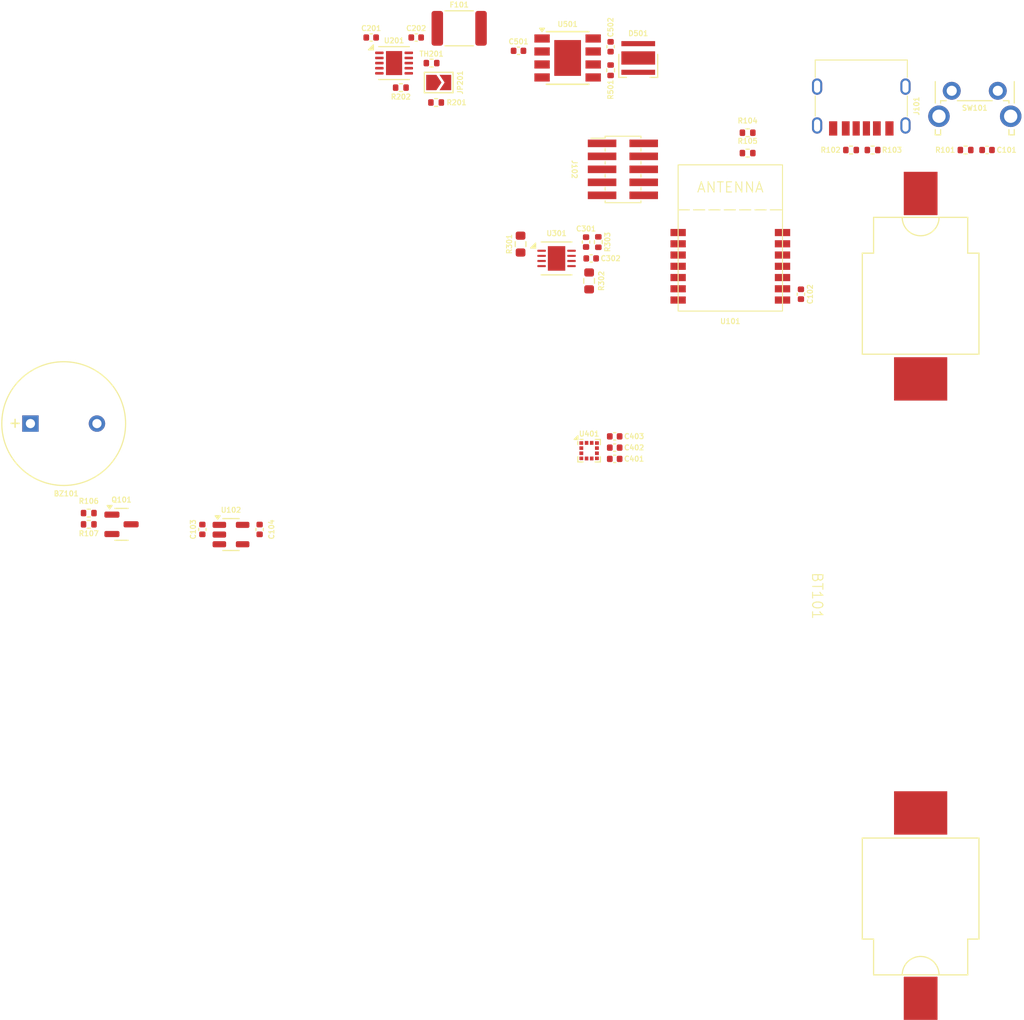
<source format=kicad_pcb>
(kicad_pcb (version 20240108) (generator "pcbnew") (generator_version "8.0")
  (title_block (title "Bluetooth Bike Light") (date "2024-08-24") (rev "A") (company "Embedded Shark, LLC") (comment 1 "Ben Owen"))
  (layers (0 "F.Cu" signal) (31 "B.Cu" signal) (34 "B.Paste" user) (35 "F.Paste" user) (36 "B.SilkS" user "B.Silkscreen") (37 "F.SilkS" user "F.Silkscreen") (38 "B.Mask" user) (39 "F.Mask" user) (44 "Edge.Cuts" user))
  (net 0 "")
  (net 1 "Net-(BZ101--)")
  (net 2 "Net-(BZ101-+)")
  (net 3 "GND")
  (net 4 "/BTN")
  (net 5 "+1V8")
  (net 6 "+BATT")
  (net 7 "/Battery Charger/VBUS")
  (net 8 "/Battery Charger/BAT+")
  (net 9 "Net-(U301-VIN)")
  (net 10 "Net-(U501-VIN)")
  (net 11 "Net-(D501-A)")
  (net 12 "Net-(D501-K)")
  (net 14 "Net-(J101-CC2)")
  (net 15 "Net-(J101-CC1)")
  (net 16 "/SWDIO")
  (net 17 "/SWCLK")
  (net 21 "/nRST")
  (net 22 "-BATT")
  (net 23 "/CHRG_TE")
  (net 24 "Net-(Q101-G)")
  (net 25 "Net-(R101-Pad2)")
  (net 26 "/SDA")
  (net 27 "/SCL")
  (net 28 "/BUZZER")
  (net 29 "Net-(U201-PROG)")
  (net 30 "Net-(U301-ROSC)")
  (net 31 "Net-(U201-THERM)")
  (net 42 "/CHRG_STAT1")
  (net 43 "/CHRG_STAT2")
  (net 44 "/MON_IO")
  (net 46 "/ACCEL_INT2")
  (net 47 "/ACCEL_INT1")
  (net 52 "/LED_EN")
  (footprint "Resistor_SMD:R_0402_1005Metric" (layer "F.Cu") (at 113.69 86.3)
    (property "Reference" "R105" (at 0 -1.17 0) (layer "F.SilkS") (effects (font (size 0.5 0.5) (thickness 0.1))))
    (property "Value" "10K")
    (fp_line (start -0.153641 -0.38) (end 0.153641 -0.38) (stroke (width 0.12)) (layer "F.SilkS"))
    (fp_line (start -0.153641 0.38) (end 0.153641 0.38) (stroke (width 0.12)) (layer "F.SilkS"))
    (pad "1" smd roundrect (at -0.51 0) (size 0.54 0.64) (layers "F.Cu" "F.Paste" "F.Mask") (net 5 "+1V8"))
    (pad "2" smd roundrect (at 0.51 0) (size 0.54 0.64) (layers "F.Cu" "F.Paste" "F.Mask") (net 27 "/SCL"))
  )
  (footprint "Resistor_SMD:R_0603_1608Metric" (layer "F.Cu") (at 91.5 95.2 -90)
    (property "Reference" "R301" (at 0 1.1 90) (layer "F.SilkS") (effects (font (size 0.5 0.5) (thickness 0.1))))
    (property "Value" "200K")
    (fp_line (start -0.237258 0.5225) (end 0.237258 0.5225) (stroke (width 0.12)) (layer "F.SilkS"))
    (fp_line (start -0.237258 -0.5225) (end 0.237258 -0.5225) (stroke (width 0.12)) (layer "F.SilkS"))
    (pad "1" smd roundrect (at -0.825 0 270) (size 0.8 0.95) (layers "F.Cu" "F.Paste" "F.Mask") (net 3 "GND"))
    (pad "2" smd roundrect (at 0.825 0 270) (size 0.8 0.95) (layers "F.Cu" "F.Paste" "F.Mask") (net 30 "Net-(U301-ROSC)"))
  )
  (footprint "Package_TO_SOT_SMD:SOT-23-5" (layer "F.Cu") (at 63.2 123.6)
    (property "Reference" "U102" (at 0 -2.4 0) (layer "F.SilkS") (effects (font (size 0.5 0.5) (thickness 0.1))))
    (property "Value" "TPS7A02")
    (fp_line (start 0 -1.56) (end -0.8 -1.56) (stroke (width 0.12)) (layer "F.SilkS"))
    (fp_line (start 0 -1.56) (end 0.8 -1.56) (stroke (width 0.12)) (layer "F.SilkS"))
    (fp_line (start 0 1.56) (end -0.8 1.56) (stroke (width 0.12)) (layer "F.SilkS"))
    (fp_line (start 0 1.56) (end 0.8 1.56) (stroke (width 0.12)) (layer "F.SilkS"))
    (fp_poly (pts (xy -1.3 -1.51) (xy -1.54 -1.84) (xy -1.06 -1.84) (xy -1.3 -1.51)) (stroke (width 0.12)) (fill solid) (layer "F.SilkS"))
    (pad "1" smd roundrect (at -1.1375 -0.95) (size 1.325 0.6) (layers "F.Cu" "F.Paste" "F.Mask") (net 6 "+BATT"))
    (pad "2" smd roundrect (at -1.1375 0) (size 1.325 0.6) (layers "F.Cu" "F.Paste" "F.Mask") (net 3 "GND"))
    (pad "3" smd roundrect (at -1.1375 0.95) (size 1.325 0.6) (layers "F.Cu" "F.Paste" "F.Mask") (net 6 "+BATT"))
    (pad "4" smd roundrect (at 1.1375 0.95) (size 1.325 0.6) (layers "F.Cu" "F.Paste" "F.Mask"))
    (pad "5" smd roundrect (at 1.1375 -0.95) (size 1.325 0.6) (layers "F.Cu" "F.Paste" "F.Mask") (net 5 "+1V8"))
  )
  (footprint "Package_TO_SOT_SMD:SOT-23" (layer "F.Cu") (at 52.5 122.6)
    (property "Reference" "Q101" (at 0 -2.4 0) (layer "F.SilkS") (effects (font (size 0.5 0.5) (thickness 0.1))))
    (property "Value" "DMN3731U-7")
    (fp_line (start 0 -1.56) (end -0.65 -1.56) (stroke (width 0.12)) (layer "F.SilkS"))
    (fp_line (start 0 -1.56) (end 0.65 -1.56) (stroke (width 0.12)) (layer "F.SilkS"))
    (fp_line (start 0 1.56) (end -0.65 1.56) (stroke (width 0.12)) (layer "F.SilkS"))
    (fp_line (start 0 1.56) (end 0.65 1.56) (stroke (width 0.12)) (layer "F.SilkS"))
    (fp_poly (pts (xy -1.1625 -1.51) (xy -1.4025 -1.84) (xy -0.9225 -1.84) (xy -1.1625 -1.51)) (stroke (width 0.12)) (fill solid) (layer "F.SilkS"))
    (pad "1" smd roundrect (at -0.9375 -0.95) (size 1.475 0.6) (layers "F.Cu" "F.Paste" "F.Mask") (net 24 "Net-(Q101-G)"))
    (pad "2" smd roundrect (at -0.9375 0.95) (size 1.475 0.6) (layers "F.Cu" "F.Paste" "F.Mask") (net 3 "GND"))
    (pad "3" smd roundrect (at 0.9375 0) (size 1.475 0.6) (layers "F.Cu" "F.Paste" "F.Mask") (net 1 "Net-(BZ101--)"))
  )
  (footprint "Capacitor_SMD:C_0402_1005Metric" (layer "F.Cu") (at 98.4 96.6)
    (property "Reference" "C302" (at 1.9 0 0) (layer "F.SilkS") (effects (font (size 0.5 0.5) (thickness 0.1))))
    (property "Value" "1uF")
    (fp_line (start -0.107836 -0.36) (end 0.107836 -0.36) (stroke (width 0.12)) (layer "F.SilkS"))
    (fp_line (start -0.107836 0.36) (end 0.107836 0.36) (stroke (width 0.12)) (layer "F.SilkS"))
    (pad "1" smd roundrect (at -0.48 0) (size 0.56 0.62) (layers "F.Cu" "F.Paste" "F.Mask") (net 6 "+BATT"))
    (pad "2" smd roundrect (at 0.48 0) (size 0.56 0.62) (layers "F.Cu" "F.Paste" "F.Mask") (net 3 "GND"))
  )
  (footprint "Keystone:254" (layer "F.Cu") (at 130.6 129.6 -90)
    (property "Reference" "BT101" (at 0 10.1 -90) (layer "F.SilkS") (effects (font (thickness 0.1))))
    (property "Value" "18650")
    (fp_line (start -33.5155 5.7) (end -23.6355 5.7) (stroke (width 0.12)) (layer "F.SilkS"))
    (fp_line (start -23.6355 5.7) (end -23.6355 -5.7) (stroke (width 0.12)) (layer "F.SilkS"))
    (fp_line (start 23.673 5.7) (end 33.553 5.7) (stroke (width 0.12)) (layer "F.SilkS"))
    (fp_line (start 33.553 5.7) (end 33.553 4.6) (stroke (width 0.12)) (layer "F.SilkS"))
    (fp_line (start -37.0155 4.6) (end -33.5155 4.6) (stroke (width 0.12)) (layer "F.SilkS"))
    (fp_line (start -33.5155 4.6) (end -33.5155 5.7) (stroke (width 0.12)) (layer "F.SilkS"))
    (fp_line (start 33.553 4.6) (end 37.053 4.6) (stroke (width 0.12)) (layer "F.SilkS"))
    (fp_line (start 37.053 4.6) (end 37.053 -4.6) (stroke (width 0.12)) (layer "F.SilkS"))
    (fp_line (start -37.0155 -4.6) (end -37.0155 4.6) (stroke (width 0.12)) (layer "F.SilkS"))
    (fp_line (start -33.5155 -4.6) (end -37.0155 -4.6) (stroke (width 0.12)) (layer "F.SilkS"))
    (fp_line (start 33.553 -4.6) (end 33.553 -5.7) (stroke (width 0.12)) (layer "F.SilkS"))
    (fp_line (start 37.053 -4.6) (end 33.553 -4.6) (stroke (width 0.12)) (layer "F.SilkS"))
    (fp_line (start -33.5155 -5.7) (end -33.5155 -4.6) (stroke (width 0.12)) (layer "F.SilkS"))
    (fp_line (start -23.6355 -5.7) (end -33.5155 -5.7) (stroke (width 0.12)) (layer "F.SilkS"))
    (fp_line (start 23.673 -5.7) (end 23.673 5.7) (stroke (width 0.12)) (layer "F.SilkS"))
    (fp_line (start 33.553 -5.7) (end 23.673 -5.7) (stroke (width 0.12)) (layer "F.SilkS"))
    (fp_arc (start 37.053 1.8) (mid 35.253 0) (end 37.053 -1.8) (stroke (width 0.12)) (layer "F.SilkS"))
    (fp_arc (start -37.0155 -1.8) (mid -35.2155 0) (end -37.0155 1.8) (stroke (width 0.12)) (layer "F.SilkS"))
    (pad "1" smd rect (at -39.35 0 270) (size 4.24 3.3) (layers "F.Cu" "F.Paste" "F.Mask") (net 8 "/Battery Charger/BAT+"))
    (pad "1" smd rect (at -21.22 0 270) (size 4.24 5.2) (layers "F.Cu" "F.Paste" "F.Mask") (net 8 "/Battery Charger/BAT+"))
    (pad "2" smd rect (at 21.22 0 270) (size 4.24 5.2) (layers "F.Cu" "F.Paste" "F.Mask") (net 22 "-BATT"))
    (pad "2" smd rect (at 39.35 0 270) (size 4.24 3.3) (layers "F.Cu" "F.Paste" "F.Mask") (net 22 "-BATT"))
  )
  (footprint "Resistor_SMD:R_0402_1005Metric" (layer "F.Cu") (at 49.3 122.6)
    (property "Reference" "R107" (at 0 0.9 360) (layer "F.SilkS") (effects (font (size 0.5 0.5) (thickness 0.1))))
    (property "Value" "1K")
    (fp_line (start -0.153641 -0.38) (end 0.153641 -0.38) (stroke (width 0.12)) (layer "F.SilkS"))
    (fp_line (start -0.153641 0.38) (end 0.153641 0.38) (stroke (width 0.12)) (layer "F.SilkS"))
    (pad "1" smd roundrect (at -0.51 0) (size 0.54 0.64) (layers "F.Cu" "F.Paste" "F.Mask") (net 2 "Net-(BZ101-+)"))
    (pad "2" smd roundrect (at 0.51 0) (size 0.54 0.64) (layers "F.Cu" "F.Paste" "F.Mask") (net 1 "Net-(BZ101--)"))
  )
  (footprint "Capacitor_SMD:C_0402_1005Metric" (layer "F.Cu") (at 137.09 86)
    (property "Reference" "C101" (at 1.91 0 0) (layer "F.SilkS") (effects (font (size 0.5 0.5) (thickness 0.1))))
    (property "Value" "100nF")
    (fp_line (start -0.107836 -0.36) (end 0.107836 -0.36) (stroke (width 0.12)) (layer "F.SilkS"))
    (fp_line (start -0.107836 0.36) (end 0.107836 0.36) (stroke (width 0.12)) (layer "F.SilkS"))
    (pad "1" smd roundrect (at -0.48 0) (size 0.56 0.62) (layers "F.Cu" "F.Paste" "F.Mask") (net 4 "/BTN"))
    (pad "2" smd roundrect (at 0.48 0) (size 0.56 0.62) (layers "F.Cu" "F.Paste" "F.Mask") (net 3 "GND"))
  )
  (footprint "Button_Switch_THT:SW_Tactile_SPST_Angled_PTS645Vx58-2LFS" (layer "F.Cu") (at 133.64 80.21)
    (property "Reference" "SW101" (at 2.25 1.68 0) (layer "F.SilkS") (effects (font (size 0.5 0.5) (thickness 0.1))))
    (property "Value" "Button")
    (fp_line (start -1.61 -0.9) (end -1.61 1.2) (stroke (width 0.12)) (layer "F.SilkS"))
    (fp_line (start -1.61 3.8) (end -1.61 4.31) (stroke (width 0.12)) (layer "F.SilkS"))
    (fp_line (start -1.61 4.31) (end -1.09 4.31) (stroke (width 0.12)) (layer "F.SilkS"))
    (fp_line (start -1.09 0.97) (end -1.09 1.2) (stroke (width 0.12)) (layer "F.SilkS"))
    (fp_line (start -1.09 0.97) (end -0.55 0.97) (stroke (width 0.12)) (layer "F.SilkS"))
    (fp_line (start -1.09 3.8) (end -1.09 4.31) (stroke (width 0.12)) (layer "F.SilkS"))
    (fp_line (start 0.55 0.97) (end 3.95 0.97) (stroke (width 0.12)) (layer "F.SilkS"))
    (fp_line (start 5.05 0.97) (end 5.59 0.97) (stroke (width 0.12)) (layer "F.SilkS"))
    (fp_line (start 5.59 0.97) (end 5.59 1.2) (stroke (width 0.12)) (layer "F.SilkS"))
    (fp_line (start 5.59 3.8) (end 5.59 4.31) (stroke (width 0.12)) (layer "F.SilkS"))
    (fp_line (start 5.59 4.31) (end 6.11 4.31) (stroke (width 0.12)) (layer "F.SilkS"))
    (fp_line (start 6.11 -0.9) (end 6.11 1.2) (stroke (width 0.12)) (layer "F.SilkS"))
    (fp_line (start 6.11 3.8) (end 6.11 4.31) (stroke (width 0.12)) (layer "F.SilkS"))
    (pad "" thru_hole circle (at -1.25 2.49) (size 2.1 2.1) (drill 1.3) (layers "*.Cu" "*.Mask"))
    (pad "" thru_hole circle (at 5.76 2.49) (size 2.1 2.1) (drill 1.3) (layers "*.Cu" "*.Mask"))
    (pad "1" thru_hole circle (at 0 0) (size 1.75 1.75) (drill 0.99) (layers "*.Cu" "*.Mask") (net 25 "Net-(R101-Pad2)"))
    (pad "2" thru_hole circle (at 4.5 0) (size 1.75 1.75) (drill 0.99) (layers "*.Cu" "*.Mask") (net 3 "GND"))
  )
  (footprint "Package_DFN_QFN:DFN-8-1EP_3x3mm_P0.5mm_EP1.7x2.4mm" (layer "F.Cu") (at 95.0175 96.6)
    (property "Reference" "U301" (at 0 -2.45 0) (layer "F.SilkS") (effects (font (size 0.5 0.5) (thickness 0.1))))
    (property "Value" "STC3100IQT")
    (fp_line (start -1.5 -1.61) (end 1.5 -1.61) (stroke (width 0.12)) (layer "F.SilkS"))
    (fp_line (start -1.5 1.61) (end 1.5 1.61) (stroke (width 0.12)) (layer "F.SilkS"))
    (fp_poly (pts (xy -2.05 -1.02) (xy -2.53 -1.02) (xy -2.05 -1.5) (xy -2.05 -1.02)) (stroke (width 0.12)) (fill solid) (layer "F.SilkS"))
    (pad "1" smd roundrect (at -1.4625 -0.75) (size 0.825 0.2) (layers "F.Cu" "F.Paste" "F.Mask") (net 44 "/MON_IO"))
    (pad "2" smd roundrect (at -1.4625 -0.25) (size 0.825 0.2) (layers "F.Cu" "F.Paste" "F.Mask") (net 30 "Net-(U301-ROSC)"))
    (pad "3" smd roundrect (at -1.4625 0.25) (size 0.825 0.2) (layers "F.Cu" "F.Paste" "F.Mask") (net 26 "/SDA"))
    (pad "4" smd roundrect (at -1.4625 0.75) (size 0.825 0.2) (layers "F.Cu" "F.Paste" "F.Mask") (net 27 "/SCL"))
    (pad "5" smd roundrect (at 1.4625 0.75) (size 0.825 0.2) (layers "F.Cu" "F.Paste" "F.Mask") (net 3 "GND"))
    (pad "6" smd roundrect (at 1.4625 0.25) (size 0.825 0.2) (layers "F.Cu" "F.Paste" "F.Mask") (net 22 "-BATT"))
    (pad "7" smd roundrect (at 1.4625 -0.25) (size 0.825 0.2) (layers "F.Cu" "F.Paste" "F.Mask") (net 6 "+BATT"))
    (pad "8" smd roundrect (at 1.4625 -0.75) (size 0.825 0.2) (layers "F.Cu" "F.Paste" "F.Mask") (net 9 "Net-(U301-VIN)"))
    (pad "9" smd rect (at 0 0) (size 1.7 2.4) (property pad_prop_heatsink) (layers "F.Cu" "F.Mask") (net 3 "GND"))
  )
  (footprint "Capacitor_SMD:C_0402_1005Metric" (layer "F.Cu") (at 100.7 115.1)
    (property "Reference" "C402" (at 1.9 0 360) (layer "F.SilkS") (effects (font (size 0.5 0.5) (thickness 0.1))))
    (property "Value" "100nF")
    (fp_line (start -0.107836 -0.36) (end 0.107836 -0.36) (stroke (width 0.12)) (layer "F.SilkS"))
    (fp_line (start -0.107836 0.36) (end 0.107836 0.36) (stroke (width 0.12)) (layer "F.SilkS"))
    (pad "1" smd roundrect (at -0.48 0) (size 0.56 0.62) (layers "F.Cu" "F.Paste" "F.Mask") (net 5 "+1V8"))
    (pad "2" smd roundrect (at 0.48 0) (size 0.56 0.62) (layers "F.Cu" "F.Paste" "F.Mask") (net 3 "GND"))
  )
  (footprint "Capacitor_SMD:C_0402_1005Metric" (layer "F.Cu") (at 118.9 100.1 -90)
    (property "Reference" "C102" (at 0 -0.9 90) (layer "F.SilkS") (effects (font (size 0.5 0.5) (thickness 0.1))))
    (property "Value" "100nF")
    (fp_line (start -0.107836 0.36) (end 0.107836 0.36) (stroke (width 0.12)) (layer "F.SilkS"))
    (fp_line (start -0.107836 -0.36) (end 0.107836 -0.36) (stroke (width 0.12)) (layer "F.SilkS"))
    (pad "1" smd roundrect (at -0.48 0 270) (size 0.56 0.62) (layers "F.Cu" "F.Paste" "F.Mask") (net 5 "+1V8"))
    (pad "2" smd roundrect (at 0.48 0 270) (size 0.56 0.62) (layers "F.Cu" "F.Paste" "F.Mask") (net 3 "GND"))
  )
  (footprint "Package_LGA:LGA-12_2x2mm_P0.5mm" (layer "F.Cu") (at 98.2 115.4)
    (property "Reference" "U401" (at 0 -1.65 0) (layer "F.SilkS") (effects (font (size 0.5 0.5) (thickness 0.1))))
    (property "Value" "LIS2DTW12")
    (fp_line (start -1.1 -1.1) (end -1.1 -1.1) (stroke (width 0.12)) (layer "F.SilkS"))
    (fp_line (start -1.1 -0.6) (end -1.1 -0.9) (stroke (width 0.12)) (layer "F.SilkS"))
    (fp_line (start -1.1 0.6) (end -1.1 0.6) (stroke (width 0.12)) (layer "F.SilkS"))
    (fp_line (start -1.1 1.1) (end -1.1 0.6) (stroke (width 0.12)) (layer "F.SilkS"))
    (fp_line (start -0.6 -1.1) (end -0.9 -1.1) (stroke (width 0.12)) (layer "F.SilkS"))
    (fp_line (start -0.6 1.1) (end -1.1 1.1) (stroke (width 0.12)) (layer "F.SilkS"))
    (fp_line (start 0.6 -1.1) (end 1.1 -1.1) (stroke (width 0.12)) (layer "F.SilkS"))
    (fp_line (start 0.6 1.1) (end 0.6 1.1) (stroke (width 0.12)) (layer "F.SilkS"))
    (fp_line (start 1.1 -1.1) (end 1.1 -0.6) (stroke (width 0.12)) (layer "F.SilkS"))
    (fp_line (start 1.1 -0.6) (end 1.1 -0.6) (stroke (width 0.12)) (layer "F.SilkS"))
    (fp_line (start 1.1 0.6) (end 1.1 1.1) (stroke (width 0.12)) (layer "F.SilkS"))
    (fp_line (start 1.1 1.1) (end 0.6 1.1) (stroke (width 0.12)) (layer "F.SilkS"))
    (fp_poly (pts (xy -1.1 -1.1) (xy -1.46 -1.1) (xy -1.1 -1.46) (xy -1.1 -1.1)) (stroke (width 0.12)) (fill solid) (layer "F.SilkS"))
    (pad "1" smd rect (at -0.7625 -0.75) (size 0.375 0.35) (layers "F.Cu" "F.Paste" "F.Mask") (net 27 "/SCL"))
    (pad "2" smd rect (at -0.7625 -0.25) (size 0.375 0.35) (layers "F.Cu" "F.Paste" "F.Mask") (net 5 "+1V8"))
    (pad "3" smd rect (at -0.7625 0.25) (size 0.375 0.35) (layers "F.Cu" "F.Paste" "F.Mask"))
    (pad "4" smd rect (at -0.7625 0.75) (size 0.375 0.35) (layers "F.Cu" "F.Paste" "F.Mask") (net 26 "/SDA"))
    (pad "5" smd rect (at -0.25 0.7625 90) (size 0.375 0.35) (layers "F.Cu" "F.Paste" "F.Mask"))
    (pad "6" smd rect (at 0.25 0.7625 90) (size 0.375 0.35) (layers "F.Cu" "F.Paste" "F.Mask") (net 3 "GND"))
    (pad "7" smd rect (at 0.7625 0.75) (size 0.375 0.35) (layers "F.Cu" "F.Paste" "F.Mask") (net 3 "GND"))
    (pad "8" smd rect (at 0.7625 0.25) (size 0.375 0.35) (layers "F.Cu" "F.Paste" "F.Mask") (net 3 "GND"))
    (pad "9" smd rect (at 0.7625 -0.25) (size 0.375 0.35) (layers "F.Cu" "F.Paste" "F.Mask") (net 5 "+1V8"))
    (pad "10" smd rect (at 0.7625 -0.75) (size 0.375 0.35) (layers "F.Cu" "F.Paste" "F.Mask") (net 5 "+1V8"))
    (pad "11" smd rect (at 0.25 -0.7625 90) (size 0.375 0.35) (layers "F.Cu" "F.Paste" "F.Mask") (net 46 "/ACCEL_INT2"))
    (pad "12" smd rect (at -0.25 -0.7625 90) (size 0.375 0.35) (layers "F.Cu" "F.Paste" "F.Mask") (net 47 "/ACCEL_INT1"))
  )
  (footprint "Capacitor_SMD:C_0402_1005Metric" (layer "F.Cu") (at 97.9 95 90)
    (property "Reference" "C301" (at 1.3 0 360) (layer "F.SilkS") (effects (font (size 0.5 0.5) (thickness 0.1))))
    (property "Value" "220nF")
    (fp_line (start -0.107836 -0.36) (end 0.107836 -0.36) (stroke (width 0.12)) (layer "F.SilkS"))
    (fp_line (start -0.107836 0.36) (end 0.107836 0.36) (stroke (width 0.12)) (layer "F.SilkS"))
    (pad "1" smd roundrect (at -0.48 0 90) (size 0.56 0.62) (layers "F.Cu" "F.Paste" "F.Mask") (net 9 "Net-(U301-VIN)"))
    (pad "2" smd roundrect (at 0.48 0 90) (size 0.56 0.62) (layers "F.Cu" "F.Paste" "F.Mask") (net 3 "GND"))
  )
  (footprint "PUI-Audio:PUI_AT-1220-TT-3V-2-R" (layer "F.Cu") (at 43.6 112.75)
    (property "Reference" "BZ101" (at 3.5 6.85 0) (layer "F.SilkS") (effects (font (size 0.5 0.5) (thickness 0.1))))
    (property "Value" "Buzzer")
    (fp_circle (center 3.25 0) (end 9.3 0) (stroke (width 0.12)) (fill none) (layer "F.SilkS"))
    (fp_text user "+" (at -1.5 -0.1 0) (layer "F.SilkS"))
    (pad "1" thru_hole rect (at 0 0) (size 1.6 1.6) (drill 0.9) (layers "*.Cu" "*.Mask") (net 2 "Net-(BZ101-+)"))
    (pad "2" thru_hole circle (at 6.5 0) (size 1.6 1.6) (drill 0.9) (layers "*.Cu" "*.Mask") (net 1 "Net-(BZ101--)"))
  )
  (footprint "CUI-Devices:UJC-HP2-3-SMT-TR" (layer "F.Cu") (at 124.8 83.6 180)
    (property "Reference" "J101" (at -5.4 1.9 90) (layer "F.SilkS") (effects (font (size 0.5 0.5) (thickness 0.1))))
    (property "Value" "USB_C_Charge_Port")
    (fp_line (start 4.5 6.4) (end 4.5 4.7) (stroke (width 0.1)) (layer "F.SilkS"))
    (fp_line (start 4.5 0.9) (end 4.5 2.9) (stroke (width 0.1)) (layer "F.SilkS"))
    (fp_line (start -4.5 6.4) (end 4.5 6.4) (stroke (width 0.1)) (layer "F.SilkS"))
    (fp_line (start -4.5 4.7) (end -4.5 6.4) (stroke (width 0.1)) (layer "F.SilkS"))
    (fp_line (start -4.5 0.9) (end -4.5 2.9) (stroke (width 0.1)) (layer "F.SilkS"))
    (pad "A5" smd rect (at -0.5 -0.29 180) (size 0.7 1.4) (layers "F.Cu" "F.Paste" "F.Mask") (net 15 "Net-(J101-CC1)"))
    (pad "A9" smd rect (at 1.52 -0.29 180) (size 0.76 1.4) (layers "F.Cu" "F.Paste" "F.Mask") (net 7 "/Battery Charger/VBUS"))
    (pad "A12" smd rect (at 2.75 -0.29 180) (size 0.8 1.4) (layers "F.Cu" "F.Paste" "F.Mask") (net 3 "GND"))
    (pad "B5" smd rect (at 0.5 -0.29 180) (size 0.7 1.4) (layers "F.Cu" "F.Paste" "F.Mask") (net 14 "Net-(J101-CC2)"))
    (pad "B9" smd rect (at -1.52 -0.29 180) (size 0.76 1.4) (layers "F.Cu" "F.Paste" "F.Mask") (net 7 "/Battery Charger/VBUS"))
    (pad "B12" smd rect (at -2.75 -0.29 180) (size 0.8 1.4) (layers "F.Cu" "F.Paste" "F.Mask") (net 3 "GND"))
    (pad "S1" thru_hole oval (at -4.32 0 180) (size 1 1.6) (drill oval 0.6 1.2) (layers "*.Cu" "*.Mask") (net 3 "GND"))
    (pad "S1" thru_hole oval (at -4.32 3.8 180) (size 1 1.6) (drill oval 0.6 1.2) (layers "*.Cu" "*.Mask") (net 3 "GND"))
    (pad "S1" thru_hole oval (at 4.32 0 180) (size 1 1.6) (drill oval 0.6 1.2) (layers "*.Cu" "*.Mask") (net 3 "GND"))
    (pad "S1" thru_hole oval (at 4.32 3.8 180) (size 1 1.6) (drill oval 0.6 1.2) (layers "*.Cu" "*.Mask") (net 3 "GND"))
  )
  (footprint "Capacitor_SMD:C_0402_1005Metric" (layer "F.Cu") (at 81.3 75 180)
    (property "Reference" "C202" (at 0 0.9 360) (layer "F.SilkS") (effects (font (size 0.5 0.5) (thickness 0.1))))
    (property "Value" "1uF")
    (fp_line (start -0.107836 0.36) (end 0.107836 0.36) (stroke (width 0.12)) (layer "F.SilkS"))
    (fp_line (start -0.107836 -0.36) (end 0.107836 -0.36) (stroke (width 0.12)) (layer "F.SilkS"))
    (pad "1" smd roundrect (at -0.48 0 180) (size 0.56 0.62) (layers "F.Cu" "F.Paste" "F.Mask") (net 8 "/Battery Charger/BAT+"))
    (pad "2" smd roundrect (at 0.48 0 180) (size 0.56 0.62) (layers "F.Cu" "F.Paste" "F.Mask") (net 3 "GND"))
  )
  (footprint "Jumper:SolderJumper-2_P1.3mm_Open_TrianglePad1.0x1.5mm" (layer "F.Cu") (at 83.5 79.4)
    (property "Reference" "JP201" (at 2.1 0 90) (layer "F.SilkS") (effects (font (size 0.5 0.5) (thickness 0.1))))
    (property "Value" "TIM_DISABLE")
    (fp_line (start -1.4 -1) (end 1.4 -1) (stroke (width 0.12)) (layer "F.SilkS"))
    (fp_line (start -1.4 1) (end -1.4 -1) (stroke (width 0.12)) (layer "F.SilkS"))
    (fp_line (start 1.4 -1) (end 1.4 1) (stroke (width 0.12)) (layer "F.SilkS"))
    (fp_line (start 1.4 1) (end -1.4 1) (stroke (width 0.12)) (layer "F.SilkS"))
    (pad "1" smd custom (at -0.725 0) (size 0.3 0.3) (layers "F.Cu" "F.Mask") (net 23 "/CHRG_TE") (options (clearance outline) (anchor rect)) (primitives (gr_poly (pts (xy 1 0) (xy 0.5 0.75) (xy -0.5 0.75) (xy -0.5 -0.75) (xy 0.5 -0.75)) (width 0) (fill yes))))
    (pad "2" smd custom (at 0.725 0) (size 0.3 0.3) (layers "F.Cu" "F.Mask") (net 7 "/Battery Charger/VBUS") (options (clearance outline) (anchor rect)) (primitives (gr_poly (pts (xy 0.5 0.75) (xy -0.65 0.75) (xy -0.15 0) (xy -0.65 -0.75) (xy 0.5 -0.75)) (width 0) (fill yes))))
  )
  (footprint "Resistor_SMD:R_0402_1005Metric" (layer "F.Cu") (at 134.99 86 180)
    (property "Reference" "R101" (at 1.99 0 0) (layer "F.SilkS") (effects (font (size 0.5 0.5) (thickness 0.1))))
    (property "Value" "10K")
    (fp_line (start -0.153641 0.38) (end 0.153641 0.38) (stroke (width 0.12)) (layer "F.SilkS"))
    (fp_line (start -0.153641 -0.38) (end 0.153641 -0.38) (stroke (width 0.12)) (layer "F.SilkS"))
    (pad "1" smd roundrect (at -0.51 0 180) (size 0.54 0.64) (layers "F.Cu" "F.Paste" "F.Mask") (net 4 "/BTN"))
    (pad "2" smd roundrect (at 0.51 0 180) (size 0.54 0.64) (layers "F.Cu" "F.Paste" "F.Mask") (net 25 "Net-(R101-Pad2)"))
  )
  (footprint "Capacitor_SMD:C_0402_1005Metric" (layer "F.Cu") (at 91.3 76.3 180)
    (property "Reference" "C501" (at 0 0.9 0) (layer "F.SilkS") (effects (font (size 0.5 0.5) (thickness 0.1))))
    (property "Value" "4.7uF")
    (fp_line (start -0.107836 0.36) (end 0.107836 0.36) (stroke (width 0.12)) (layer "F.SilkS"))
    (fp_line (start -0.107836 -0.36) (end 0.107836 -0.36) (stroke (width 0.12)) (layer "F.SilkS"))
    (pad "1" smd roundrect (at -0.48 0 180) (size 0.56 0.62) (layers "F.Cu" "F.Paste" "F.Mask") (net 10 "Net-(U501-VIN)"))
    (pad "2" smd roundrect (at 0.48 0 180) (size 0.56 0.62) (layers "F.Cu" "F.Paste" "F.Mask") (net 3 "GND"))
  )
  (footprint "Capacitor_SMD:C_0402_1005Metric" (layer "F.Cu") (at 76.9 75 180)
    (property "Reference" "C201" (at 0 0.9 360) (layer "F.SilkS") (effects (font (size 0.5 0.5) (thickness 0.1))))
    (property "Value" "1uF")
    (fp_line (start -0.107836 0.36) (end 0.107836 0.36) (stroke (width 0.12)) (layer "F.SilkS"))
    (fp_line (start -0.107836 -0.36) (end 0.107836 -0.36) (stroke (width 0.12)) (layer "F.SilkS"))
    (pad "1" smd roundrect (at -0.48 0 180) (size 0.56 0.62) (layers "F.Cu" "F.Paste" "F.Mask") (net 3 "GND"))
    (pad "2" smd roundrect (at 0.48 0 180) (size 0.56 0.62) (layers "F.Cu" "F.Paste" "F.Mask") (net 7 "/Battery Charger/VBUS"))
  )
  (footprint "Resistor_SMD:R_0402_1005Metric" (layer "F.Cu") (at 79.8 79.9 180)
    (property "Reference" "R202" (at 0 -0.9 360) (layer "F.SilkS") (effects (font (size 0.5 0.5) (thickness 0.1))))
    (property "Value" "1K")
    (fp_line (start -0.153641 0.38) (end 0.153641 0.38) (stroke (width 0.12)) (layer "F.SilkS"))
    (fp_line (start -0.153641 -0.38) (end 0.153641 -0.38) (stroke (width 0.12)) (layer "F.SilkS"))
    (pad "1" smd roundrect (at -0.51 0 180) (size 0.54 0.64) (layers "F.Cu" "F.Paste" "F.Mask") (net 29 "Net-(U201-PROG)"))
    (pad "2" smd roundrect (at 0.51 0 180) (size 0.54 0.64) (layers "F.Cu" "F.Paste" "F.Mask") (net 3 "GND"))
  )
  (footprint "Resistor_SMD:R_0402_1005Metric" (layer "F.Cu") (at 123.8 86)
    (property "Reference" "R102" (at -2 0 0) (layer "F.SilkS") (effects (font (size 0.5 0.5) (thickness 0.1) (bold yes))))
    (property "Value" "5.1K")
    (fp_line (start -0.153641 -0.38) (end 0.153641 -0.38) (stroke (width 0.12)) (layer "F.SilkS"))
    (fp_line (start -0.153641 0.38) (end 0.153641 0.38) (stroke (width 0.12)) (layer "F.SilkS"))
    (pad "1" smd roundrect (at -0.51 0) (size 0.54 0.64) (layers "F.Cu" "F.Paste" "F.Mask") (net 3 "GND"))
    (pad "2" smd roundrect (at 0.51 0) (size 0.54 0.64) (layers "F.Cu" "F.Paste" "F.Mask") (net 14 "Net-(J101-CC2)"))
  )
  (footprint "Resistor_SMD:R_0402_1005Metric" (layer "F.Cu") (at 125.9 86 180)
    (property "Reference" "R103" (at -1.9 0 0) (layer "F.SilkS") (effects (font (size 0.5 0.5) (thickness 0.1))))
    (property "Value" "5.1K")
    (fp_line (start -0.153641 0.38) (end 0.153641 0.38) (stroke (width 0.12)) (layer "F.SilkS"))
    (fp_line (start -0.153641 -0.38) (end 0.153641 -0.38) (stroke (width 0.12)) (layer "F.SilkS"))
    (pad "1" smd roundrect (at -0.51 0 180) (size 0.54 0.64) (layers "F.Cu" "F.Paste" "F.Mask") (net 3 "GND"))
    (pad "2" smd roundrect (at 0.51 0 180) (size 0.54 0.64) (layers "F.Cu" "F.Paste" "F.Mask") (net 15 "Net-(J101-CC1)"))
  )
  (footprint "Package_DFN_QFN:DFN-10-1EP_3x3mm_P0.5mm_EP1.58x2.35mm" (layer "F.Cu") (at 79.1375 77.5)
    (property "Reference" "U201" (at 0 -2.2 0) (layer "F.SilkS") (effects (font (size 0.5 0.5) (thickness 0.1))))
    (property "Value" "MCP73834-xxx-MF")
    (fp_line (start -1.5 -1.61) (end 1.5 -1.61) (stroke (width 0.12)) (layer "F.SilkS"))
    (fp_line (start -1.5 1.61) (end 1.5 1.61) (stroke (width 0.12)) (layer "F.SilkS"))
    (fp_poly (pts (xy -2.02 -1.3) (xy -2.5 -1.3) (xy -2.02 -1.78) (xy -2.02 -1.3)) (stroke (width 0.12)) (fill solid) (layer "F.SilkS"))
    (pad "1" smd roundrect (at -1.4375 -1) (size 0.825 0.25) (layers "F.Cu" "F.Paste" "F.Mask") (net 7 "/Battery Charger/VBUS"))
    (pad "2" smd roundrect (at -1.4375 -0.5) (size 0.825 0.25) (layers "F.Cu" "F.Paste" "F.Mask") (net 7 "/Battery Charger/VBUS"))
    (pad "3" smd roundrect (at -1.4375 0) (size 0.825 0.25) (layers "F.Cu" "F.Paste" "F.Mask") (net 42 "/CHRG_STAT1"))
    (pad "4" smd roundrect (at -1.4375 0.5) (size 0.825 0.25) (layers "F.Cu" "F.Paste" "F.Mask") (net 43 "/CHRG_STAT2"))
    (pad "5" smd roundrect (at -1.4375 1) (size 0.825 0.25) (layers "F.Cu" "F.Paste" "F.Mask") (net 3 "GND"))
    (pad "6" smd roundrect (at 1.4375 1) (size 0.825 0.25) (layers "F.Cu" "F.Paste" "F.Mask") (net 29 "Net-(U201-PROG)"))
    (pad "7" smd roundrect (at 1.4375 0.5) (size 0.825 0.25) (layers "F.Cu" "F.Paste" "F.Mask") (net 23 "/CHRG_TE"))
    (pad "8" smd roundrect (at 1.4375 0) (size 0.825 0.25) (layers "F.Cu" "F.Paste" "F.Mask") (net 31 "Net-(U201-THERM)"))
    (pad "9" smd roundrect (at 1.4375 -0.5) (size 0.825 0.25) (layers "F.Cu" "F.Paste" "F.Mask") (net 8 "/Battery Charger/BAT+"))
    (pad "10" smd roundrect (at 1.4375 -1) (size 0.825 0.25) (layers "F.Cu" "F.Paste" "F.Mask") (net 8 "/Battery Charger/BAT+"))
    (pad "11" smd rect (at 0 0) (size 1.58 2.35) (property pad_prop_heatsink) (layers "F.Cu" "F.Mask") (net 3 "GND"))
  )
  (footprint "Samtech:FTSH-107-01-F-DV-K" (layer "F.Cu") (at 99.465 85.35 -90)
    (property "Reference" "J102" (at 2.54 2.7 -90) (layer "F.SilkS") (effects (font (size 0.5 0.5) (thickness 0.1))))
    (property "Value" "SWD_Header")
    (fp_line (start -0.7 -0.3) (end -0.5 -0.3) (stroke (width 0.1)) (layer "F.SilkS"))
    (fp_line (start -0.5 -0.3) (end -0.5 1.1) (stroke (width 0.1)) (layer "F.SilkS"))
    (fp_line (start 0.485 -0.3) (end 0.785 -0.3) (stroke (width 0.1)) (layer "F.SilkS"))
    (fp_line (start 1.755 -0.3) (end 2.055 -0.3) (stroke (width 0.1)) (layer "F.SilkS"))
    (fp_line (start 3.025 -0.3) (end 3.325 -0.3) (stroke (width 0.1)) (layer "F.SilkS"))
    (fp_line (start 4.295 -0.3) (end 4.595 -0.3) (stroke (width 0.1)) (layer "F.SilkS"))
    (fp_line (start 5.8 -0.3) (end 5.6 -0.3) (stroke (width 0.1)) (layer "F.SilkS"))
    (fp_line (start -0.7 -3.8) (end -0.7 -0.3) (stroke (width 0.1)) (layer "F.SilkS"))
    (fp_line (start -0.5 -3.8) (end -0.7 -3.8) (stroke (width 0.1)) (layer "F.SilkS"))
    (fp_line (start 0.485 -3.8) (end 0.785 -3.8) (stroke (width 0.1)) (layer "F.SilkS"))
    (fp_line (start 1.755 -3.8) (end 2.055 -3.8) (stroke (width 0.1)) (layer "F.SilkS"))
    (fp_line (start 3.025 -3.8) (end 3.325 -3.8) (stroke (width 0.1)) (layer "F.SilkS"))
    (fp_line (start 4.295 -3.8) (end 4.595 -3.8) (stroke (width 0.1)) (layer "F.SilkS"))
    (fp_line (start 5.6 -3.8) (end 5.8 -3.8) (stroke (width 0.1)) (layer "F.SilkS"))
    (fp_line (start 5.8 -3.8) (end 5.8 -0.3) (stroke (width 0.1)) (layer "F.SilkS"))
    (pad "1" smd rect (at 0 0 270) (size 0.74 2.79) (layers "F.Cu" "F.Paste" "F.Mask") (net 5 "+1V8"))
    (pad "2" smd rect (at 0 -4.07 270) (size 0.74 2.79) (layers "F.Cu" "F.Paste" "F.Mask") (net 16 "/SWDIO"))
    (pad "3" smd rect (at 1.27 0 270) (size 0.74 2.79) (layers "F.Cu" "F.Paste" "F.Mask") (net 3 "GND"))
    (pad "4" smd rect (at 1.27 -4.07 270) (size 0.74 2.79) (layers "F.Cu" "F.Paste" "F.Mask") (net 17 "/SWCLK"))
    (pad "5" smd rect (at 2.54 0 270) (size 0.74 2.79) (layers "F.Cu" "F.Paste" "F.Mask") (net 3 "GND"))
    (pad "6" smd rect (at 2.54 -4.07 270) (size 0.74 2.79) (layers "F.Cu" "F.Paste" "F.Mask"))
    (pad "7" smd rect (at 3.81 0 270) (size 0.74 2.79) (layers "F.Cu" "F.Paste" "F.Mask"))
    (pad "8" smd rect (at 3.81 -4.07 270) (size 0.74 2.79) (layers "F.Cu" "F.Paste" "F.Mask"))
    (pad "9" smd rect (at 5.08 0 270) (size 0.74 2.79) (layers "F.Cu" "F.Paste" "F.Mask") (net 3 "GND"))
    (pad "10" smd rect (at 5.08 -4.07 270) (size 0.74 2.79) (layers "F.Cu" "F.Paste" "F.Mask") (net 21 "/nRST"))
  )
  (footprint "Package_SO:Diodes_SO-8EP" (layer "F.Cu") (at 96.1 77)
    (property "Reference" "U501" (at 0 -3.3 0) (layer "F.SilkS") (effects (font (size 0.5 0.5) (thickness 0.1))))
    (property "Value" "PAM2808")
    (fp_line (start -2.075 -2.575) (end 2.075 -2.575) (stroke (width 0.15)) (layer "F.SilkS"))
    (fp_line (start -2.075 2.575) (end 2.075 2.575) (stroke (width 0.15)) (layer "F.SilkS"))
    (fp_poly (pts (xy -2.5 -2.575) (xy -2.74 -2.905) (xy -2.26 -2.905) (xy -2.5 -2.575)) (stroke (width 0.12)) (fill solid) (layer "F.SilkS"))
    (pad "1" smd rect (at -2.4975 -1.905) (size 1.505 0.802) (layers "F.Cu" "F.Paste" "F.Mask"))
    (pad "2" smd rect (at -2.4975 -0.635) (size 1.505 0.802) (layers "F.Cu" "F.Paste" "F.Mask") (net 10 "Net-(U501-VIN)"))
    (pad "3" smd rect (at -2.4975 0.635) (size 1.505 0.802) (layers "F.Cu" "F.Paste" "F.Mask") (net 52 "/LED_EN"))
    (pad "4" smd rect (at -2.4975 1.905) (size 1.505 0.802) (layers "F.Cu" "F.Paste" "F.Mask") (net 3 "GND"))
    (pad "5" smd rect (at 2.4975 1.905) (size 1.505 0.802) (layers "F.Cu" "F.Paste" "F.Mask"))
    (pad "6" smd rect (at 2.4975 0.635) (size 1.505 0.802) (layers "F.Cu" "F.Paste" "F.Mask") (net 12 "Net-(D501-K)"))
    (pad "7" smd rect (at 2.4975 -0.635) (size 1.505 0.802) (layers "F.Cu" "F.Paste" "F.Mask") (net 11 "Net-(D501-A)"))
    (pad "8" smd rect (at 2.4975 -1.905) (size 1.505 0.802) (layers "F.Cu" "F.Paste" "F.Mask"))
    (pad "9" smd rect (at 0 0) (size 2.613 3.502) (layers "F.Cu" "F.Paste" "F.Mask") (net 3 "GND"))
  )
  (footprint "Capacitor_SMD:C_0402_1005Metric" (layer "F.Cu") (at 100.7 116.2)
    (property "Reference" "C401" (at 1.9 0 0) (layer "F.SilkS") (effects (font (size 0.5 0.5) (thickness 0.1))))
    (property "Value" "10uF")
    (fp_line (start -0.107836 -0.36) (end 0.107836 -0.36) (stroke (width 0.12)) (layer "F.SilkS"))
    (fp_line (start -0.107836 0.36) (end 0.107836 0.36) (stroke (width 0.12)) (layer "F.SilkS"))
    (pad "1" smd roundrect (at -0.48 0) (size 0.56 0.62) (layers "F.Cu" "F.Paste" "F.Mask") (net 5 "+1V8"))
    (pad "2" smd roundrect (at 0.48 0) (size 0.56 0.62) (layers "F.Cu" "F.Paste" "F.Mask") (net 3 "GND"))
  )
  (footprint "Fuse:Fuse_1812_4532Metric" (layer "F.Cu") (at 85.5 74.1)
    (property "Reference" "F101" (at 0 -2.3 360) (layer "F.SilkS") (effects (font (size 0.5 0.5) (thickness 0.1))))
    (property "Value" "3A")
    (fp_line (start -1.386252 -1.71) (end 1.386252 -1.71) (stroke (width 0.12)) (layer "F.SilkS"))
    (fp_line (start -1.386252 1.71) (end 1.386252 1.71) (stroke (width 0.12)) (layer "F.SilkS"))
    (pad "1" smd roundrect (at -2.1375 0) (size 1.125 3.4) (layers "F.Cu" "F.Paste" "F.Mask") (roundrect_rratio 0.222222) (net 8 "/Battery Charger/BAT+"))
    (pad "2" smd roundrect (at 2.1375 0) (size 1.125 3.4) (layers "F.Cu" "F.Paste" "F.Mask") (roundrect_rratio 0.222222) (net 6 "+BATT"))
  )
  (footprint "Resistor_SMD:R_0402_1005Metric" (layer "F.Cu") (at 49.3 121.5)
    (property "Reference" "R106" (at 0 -1.17 0) (layer "F.SilkS") (effects (font (size 0.5 0.5) (thickness 0.1))))
    (property "Value" "1K")
    (fp_line (start -0.153641 -0.38) (end 0.153641 -0.38) (stroke (width 0.12)) (layer "F.SilkS"))
    (fp_line (start -0.153641 0.38) (end 0.153641 0.38) (stroke (width 0.12)) (layer "F.SilkS"))
    (pad "1" smd roundrect (at -0.51 0) (size 0.54 0.64) (layers "F.Cu" "F.Paste" "F.Mask") (net 28 "/BUZZER"))
    (pad "2" smd roundrect (at 0.51 0) (size 0.54 0.64) (layers "F.Cu" "F.Paste" "F.Mask") (net 24 "Net-(Q101-G)"))
  )
  (footprint "Capacitor_SMD:C_0402_1005Metric" (layer "F.Cu") (at 100.3 75.9 90)
    (property "Reference" "C502" (at 1.9 0 90) (layer "F.SilkS") (effects (font (size 0.5 0.5) (thickness 0.1))))
    (property "Value" "4.7uF")
    (fp_line (start -0.107836 -0.36) (end 0.107836 -0.36) (stroke (width 0.12)) (layer "F.SilkS"))
    (fp_line (start -0.107836 0.36) (end 0.107836 0.36) (stroke (width 0.12)) (layer "F.SilkS"))
    (pad "1" smd roundrect (at -0.48 0 90) (size 0.56 0.62) (layers "F.Cu" "F.Paste" "F.Mask") (net 11 "Net-(D501-A)"))
    (pad "2" smd roundrect (at 0.48 0 90) (size 0.56 0.62) (layers "F.Cu" "F.Paste" "F.Mask") (net 3 "GND"))
  )
  (footprint "Capacitor_SMD:C_0402_1005Metric" (layer "F.Cu") (at 66 123.1 -90)
    (property "Reference" "C104" (at 0 -1.16 90) (layer "F.SilkS") (effects (font (size 0.5 0.5) (thickness 0.1))))
    (property "Value" "1uF")
    (fp_line (start -0.107836 0.36) (end 0.107836 0.36) (stroke (width 0.12)) (layer "F.SilkS"))
    (fp_line (start -0.107836 -0.36) (end 0.107836 -0.36) (stroke (width 0.12)) (layer "F.SilkS"))
    (pad "1" smd roundrect (at -0.48 0 270) (size 0.56 0.62) (layers "F.Cu" "F.Paste" "F.Mask") (net 5 "+1V8"))
    (pad "2" smd roundrect (at 0.48 0 270) (size 0.56 0.62) (layers "F.Cu" "F.Paste" "F.Mask") (net 3 "GND"))
  )
  (footprint "Resistor_SMD:R_0402_1005Metric" (layer "F.Cu") (at 83.2475 81.355)
    (property "Reference" "R201" (at 2 0 360) (layer "F.SilkS") (effects (font (size 0.5 0.5) (thickness 0.1))))
    (property "Value" "10K")
    (fp_line (start -0.153641 -0.38) (end 0.153641 -0.38) (stroke (width 0.12)) (layer "F.SilkS"))
    (fp_line (start -0.153641 0.38) (end 0.153641 0.38) (stroke (width 0.12)) (layer "F.SilkS"))
    (pad "1" smd roundrect (at -0.51 0) (size 0.54 0.64) (layers "F.Cu" "F.Paste" "F.Mask") (net 23 "/CHRG_TE"))
    (pad "2" smd roundrect (at 0.51 0) (size 0.54 0.64) (layers "F.Cu" "F.Paste" "F.Mask") (net 3 "GND"))
  )
  (footprint "Capacitor_SMD:C_0402_1005Metric" (layer "F.Cu") (at 60.4 123.1 -90)
    (property "Reference" "C103" (at 0 0.9 90) (layer "F.SilkS") (effects (font (size 0.5 0.5) (thickness 0.1))))
    (property "Value" "1uF")
    (fp_line (start -0.107836 0.36) (end 0.107836 0.36) (stroke (width 0.12)) (layer "F.SilkS"))
    (fp_line (start -0.107836 -0.36) (end 0.107836 -0.36) (stroke (width 0.12)) (layer "F.SilkS"))
    (pad "1" smd roundrect (at -0.48 0 270) (size 0.56 0.62) (layers "F.Cu" "F.Paste" "F.Mask") (net 6 "+BATT"))
    (pad "2" smd roundrect (at 0.48 0 270) (size 0.56 0.62) (layers "F.Cu" "F.Paste" "F.Mask") (net 3 "GND"))
  )
  (footprint "Resistor_SMD:R_0603_1608Metric" (layer "F.Cu") (at 98.2 98.8 -90)
    (property "Reference" "R302" (at 0 -1.2 90) (layer "F.SilkS") (effects (font (size 0.5 0.5) (thickness 0.1))))
    (property "Value" "0.01")
    (fp_line (start -0.237258 0.5225) (end 0.237258 0.5225) (stroke (width 0.12)) (layer "F.SilkS"))
    (fp_line (start -0.237258 -0.5225) (end 0.237258 -0.5225) (stroke (width 0.12)) (layer "F.SilkS"))
    (pad "1" smd roundrect (at -0.825 0 270) (size 0.8 0.95) (layers "F.Cu" "F.Paste" "F.Mask") (net 22 "-BATT"))
    (pad "2" smd roundrect (at 0.825 0 270) (size 0.8 0.95) (layers "F.Cu" "F.Paste" "F.Mask") (net 3 "GND"))
  )
  (footprint "Capacitor_SMD:C_0402_1005Metric" (layer "F.Cu") (at 100.7 114)
    (property "Reference" "C403" (at 1.9 0 0) (layer "F.SilkS") (effects (font (size 0.5 0.5) (thickness 0.1))))
    (property "Value" "100nF")
    (fp_line (start -0.107836 -0.36) (end 0.107836 -0.36) (stroke (width 0.12)) (layer "F.SilkS"))
    (fp_line (start -0.107836 0.36) (end 0.107836 0.36) (stroke (width 0.12)) (layer "F.SilkS"))
    (pad "1" smd roundrect (at -0.48 0) (size 0.56 0.62) (layers "F.Cu" "F.Paste" "F.Mask") (net 5 "+1V8"))
    (pad "2" smd roundrect (at 0.48 0) (size 0.56 0.62) (layers "F.Cu" "F.Paste" "F.Mask") (net 3 "GND"))
  )
  (footprint "Resistor_SMD:R_0402_1005Metric" (layer "F.Cu") (at 82.8 77.5 180)
    (property "Reference" "TH201" (at 0 0.9 360) (layer "F.SilkS") (effects (font (size 0.5 0.5) (thickness 0.1))))
    (property "Value" "10K")
    (fp_line (start -0.153641 0.38) (end 0.153641 0.38) (stroke (width 0.12)) (layer "F.SilkS"))
    (fp_line (start -0.153641 -0.38) (end 0.153641 -0.38) (stroke (width 0.12)) (layer "F.SilkS"))
    (pad "1" smd roundrect (at -0.51 0 180) (size 0.54 0.64) (layers "F.Cu" "F.Paste" "F.Mask") (net 31 "Net-(U201-THERM)"))
    (pad "2" smd roundrect (at 0.51 0 180) (size 0.54 0.64) (layers "F.Cu" "F.Paste" "F.Mask") (net 3 "GND"))
  )
  (footprint "Resistor_SMD:R_0402_1005Metric" (layer "F.Cu") (at 99.1 95 90)
    (property "Reference" "R303" (at 0 0.9 90) (layer "F.SilkS") (effects (font (size 0.5 0.5) (thickness 0.1))))
    (property "Value" "1K")
    (fp_line (start -0.153641 -0.38) (end 0.153641 -0.38) (stroke (width 0.12)) (layer "F.SilkS"))
    (fp_line (start -0.153641 0.38) (end 0.153641 0.38) (stroke (width 0.12)) (layer "F.SilkS"))
    (pad "1" smd roundrect (at -0.51 0 90) (size 0.54 0.64) (layers "F.Cu" "F.Paste" "F.Mask") (net 6 "+BATT"))
    (pad "2" smd roundrect (at 0.51 0 90) (size 0.54 0.64) (layers "F.Cu" "F.Paste" "F.Mask") (net 9 "Net-(U301-VIN)"))
  )
  (footprint "Fanstel:BC805M" (layer "F.Cu") (at 106.9 94.07)
    (property "Reference" "U101" (at 5.1 8.68 0) (layer "F.SilkS") (effects (font (size 0.5 0.5) (thickness 0.1))))
    (property "Value" "BC805M")
    (fp_line (start 0 -2.22) (end 10.2 -2.22) (stroke (width 0.1) (type dash)) (layer "F.SilkS"))
    (fp_rect (start 0 -6.62) (end 10.2 7.68) (stroke (width 0.1)) (fill none) (layer "F.SilkS"))
    (fp_text user "ANTENNA" (at 5.1 -4.42 0) (layer "F.SilkS") (effects (font (thickness 0.1))))
    (pad "1" smd rect (at 0 0) (size 1.5 0.7) (layers "F.Cu" "F.Paste" "F.Mask") (net 16 "/SWDIO"))
    (pad "2" smd rect (at 0 1.1) (size 1.5 0.7) (layers "F.Cu" "F.Paste" "F.Mask") (net 17 "/SWCLK"))
    (pad "3" smd rect (at 0 2.2) (size 1.5 0.7) (layers "F.Cu" "F.Paste" "F.Mask"))
    (pad "4" smd rect (at 0 3.3) (size 1.5 0.7) (layers "F.Cu" "F.Paste" "F.Mask") (net 21 "/nRST"))
    (pad "5" smd rect (at 0 4.4) (size 1.5 0.7) (layers "F.Cu" "F.Paste" "F.Mask"))
    (pad "6" smd rect (at 0 5.5) (size 1.5 0.7) (layers "F.Cu" "F.Paste" "F.Mask"))
    (pad "7" smd rect (at 0 6.6) (size 1.5 0.7) (layers "F.Cu" "F.Paste" "F.Mask"))
    (pad "8" smd rect (at 10.2 6.6) (size 1.5 0.7) (layers "F.Cu" "F.Paste" "F.Mask") (net 3 "GND"))
    (pad "9" smd rect (at 10.2 5.5) (size 1.5 0.7) (layers "F.Cu" "F.Paste" "F.Mask") (net 5 "+1V8"))
    (pad "10" smd rect (at 10.2 4.4) (size 1.5 0.7) (layers "F.Cu" "F.Paste" "F.Mask"))
    (pad "11" smd rect (at 10.2 3.3) (size 1.5 0.7) (layers "F.Cu" "F.Paste" "F.Mask"))
    (pad "12" smd rect (at 10.2 2.2) (size 1.5 0.7) (layers "F.Cu" "F.Paste" "F.Mask"))
    (pad "13" smd rect (at 10.2 1.1) (size 1.5 0.7) (layers "F.Cu" "F.Paste" "F.Mask"))
    (pad "14" smd rect (at 10.2 0) (size 1.5 0.7) (layers "F.Cu" "F.Paste" "F.Mask"))
  )
  (footprint "Resistor_SMD:R_0402_1005Metric" (layer "F.Cu") (at 100.3 78.2 90)
    (property "Reference" "R501" (at -1.9 0 90) (layer "F.SilkS") (effects (font (size 0.5 0.5) (thickness 0.1))))
    (property "Value" "0.067")
    (fp_line (start -0.153641 -0.38) (end 0.153641 -0.38) (stroke (width 0.12)) (layer "F.SilkS"))
    (fp_line (start -0.153641 0.38) (end 0.153641 0.38) (stroke (width 0.12)) (layer "F.SilkS"))
    (pad "1" smd roundrect (at -0.51 0 90) (size 0.54 0.64) (layers "F.Cu" "F.Paste" "F.Mask") (net 3 "GND"))
    (pad "2" smd roundrect (at 0.51 0 90) (size 0.54 0.64) (layers "F.Cu" "F.Paste" "F.Mask") (net 12 "Net-(D501-K)"))
  )
  (footprint "LED_SMD:LED_Cree-XP" (layer "F.Cu") (at 103 77 90)
    (property "Reference" "D501" (at 2.4 0 180) (layer "F.SilkS") (effects (font (size 0.5 0.5) (thickness 0.1))))
    (property "Value" "RED")
    (fp_line (start 0.35 -1.9) (end -1.9 -1.9) (stroke (width 0.12)) (layer "F.SilkS"))
    (fp_line (start -1.9 -1.9) (end -1.9 -1.15) (stroke (width 0.12)) (layer "F.SilkS"))
    (fp_line (start 0.35 1.9) (end -1.9 1.9) (stroke (width 0.12)) (layer "F.SilkS"))
    (fp_line (start -1.9 1.9) (end -1.9 1.15) (stroke (width 0.12)) (layer "F.SilkS"))
    (pad "1" smd rect (at -1.4 0 90) (size 0.5 3.3) (layers "F.Cu" "F.Paste" "F.Mask") (net 12 "Net-(D501-K)"))
    (pad "2" smd rect (at 1.4 0 90) (size 0.5 3.3) (layers "F.Cu" "F.Paste" "F.Mask") (net 11 "Net-(D501-A)"))
    (pad "3" smd rect (at 0 0 90) (size 1.3 3.3) (layers "F.Cu" "F.Mask"))
  )
  (footprint "Resistor_SMD:R_0402_1005Metric" (layer "F.Cu") (at 113.69 84.31)
    (property "Reference" "R104" (at 0 -1.17 0) (layer "F.SilkS") (effects (font (size 0.5 0.5) (thickness 0.1))))
    (property "Value" "10K")
    (fp_line (start -0.153641 -0.38) (end 0.153641 -0.38) (stroke (width 0.12)) (layer "F.SilkS"))
    (fp_line (start -0.153641 0.38) (end 0.153641 0.38) (stroke (width 0.12)) (layer "F.SilkS"))
    (pad "1" smd roundrect (at -0.51 0) (size 0.54 0.64) (layers "F.Cu" "F.Paste" "F.Mask") (net 5 "+1V8"))
    (pad "2" smd roundrect (at 0.51 0) (size 0.54 0.64) (layers "F.Cu" "F.Paste" "F.Mask") (net 26 "/SDA"))
  )
)
</source>
